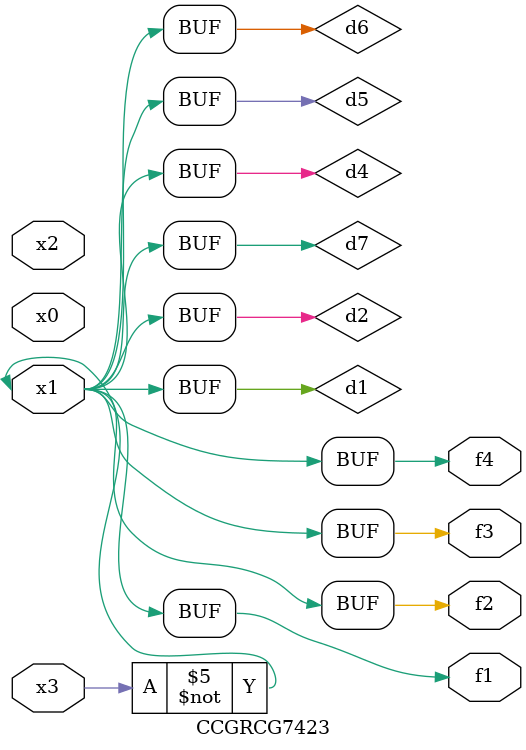
<source format=v>
module CCGRCG7423(
	input x0, x1, x2, x3,
	output f1, f2, f3, f4
);

	wire d1, d2, d3, d4, d5, d6, d7;

	not (d1, x3);
	buf (d2, x1);
	xnor (d3, d1, d2);
	nor (d4, d1);
	buf (d5, d1, d2);
	buf (d6, d4, d5);
	nand (d7, d4);
	assign f1 = d6;
	assign f2 = d7;
	assign f3 = d6;
	assign f4 = d6;
endmodule

</source>
